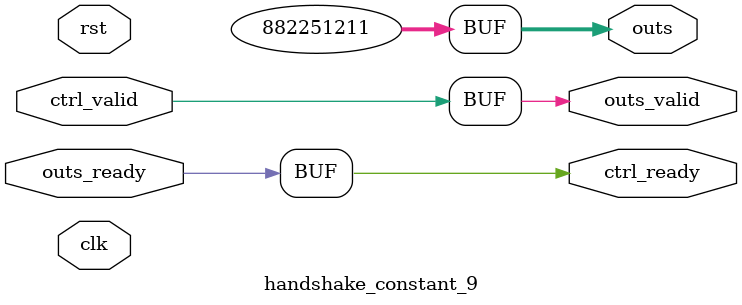
<source format=v>
`timescale 1ns / 1ps
module handshake_constant_9 #(
  parameter DATA_WIDTH = 32  // Default set to 32 bits
) (
  input                       clk,
  input                       rst,
  // Input Channel
  input                       ctrl_valid,
  output                      ctrl_ready,
  // Output Channel
  output [DATA_WIDTH - 1 : 0] outs,
  output                      outs_valid,
  input                       outs_ready
);
  assign outs       = 30'b110100100101100001010111001011;
  assign outs_valid = ctrl_valid;
  assign ctrl_ready = outs_ready;

endmodule

</source>
